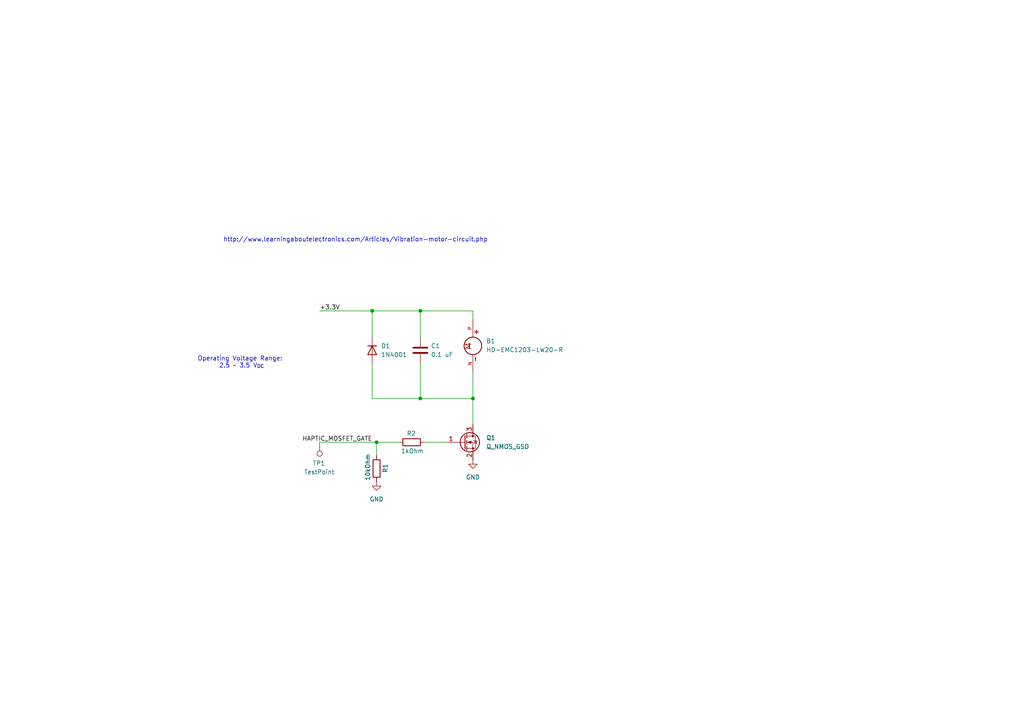
<source format=kicad_sch>
(kicad_sch (version 20231120) (generator "eeschema") (generator_version "8.0")
  (paper "A4")
  (lib_symbols
    (symbol "Connector:TestPoint" (pin_numbers hide) (pin_names (offset 0.762) hide)
      (property "Reference" "TP" (at 0 6.858 0))
      (property "Value" "TestPoint" (at 0 5.08 0))
      (symbol "TestPoint_0_1"
        (circle (center 0 3.302) (radius 0.762))
      )
      (symbol "TestPoint_1_1"
        (pin passive line (at 0 0 90) (length 2.54) (name "1") (number "1"))
      )
    )
    (symbol "Device:C" (pin_numbers hide) (pin_names (offset 0.254))
      (property "Reference" "C" (at 0.635 2.54 0))
      (property "Value" "C" (at 0.635 -2.54 0))
      (symbol "C_0_1"
        (polyline (pts (xy -2.032 -0.762) (xy 2.032 -0.762)) (stroke (width 0.508)))
        (polyline (pts (xy -2.032 0.762) (xy 2.032 0.762)) (stroke (width 0.508)))
      )
      (symbol "C_1_1"
        (pin passive line (at 0 3.81 270) (length 2.794) (name "~") (number "1"))
        (pin passive line (at 0 -3.81 90) (length 2.794) (name "~") (number "2"))
      )
    )
    (symbol "Device:Q_NMOS_GSD" (pin_names (offset 0) hide)
      (property "Reference" "Q" (at 5.08 1.27 0))
      (property "Value" "Q_NMOS_GSD" (at 5.08 -1.27 0))
      (symbol "Q_NMOS_GSD_0_1"
        (polyline (pts (xy 0.254 0) (xy -2.54 0)))
        (polyline (pts (xy 0.254 1.905) (xy 0.254 -1.905)) (stroke (width 0.254)))
        (polyline (pts (xy 0.762 -1.27) (xy 0.762 -2.286)) (stroke (width 0.254)))
        (polyline (pts (xy 0.762 0.508) (xy 0.762 -0.508)) (stroke (width 0.254)))
        (polyline (pts (xy 0.762 2.286) (xy 0.762 1.27)) (stroke (width 0.254)))
        (polyline (pts (xy 2.54 2.54) (xy 2.54 1.778)))
        (polyline (pts (xy 2.54 -2.54) (xy 2.54 0) (xy 0.762 0)))
        (polyline (pts (xy 0.762 -1.778) (xy 3.302 -1.778) (xy 3.302 1.778) (xy 0.762 1.778)))
        (polyline (pts (xy 1.016 0) (xy 2.032 0.381) (xy 2.032 -0.381) (xy 1.016 0)) (fill (type outline)))
        (polyline (pts (xy 2.794 0.508) (xy 2.921 0.381) (xy 3.683 0.381) (xy 3.81 0.254)))
        (polyline (pts (xy 3.302 0.381) (xy 2.921 -0.254) (xy 3.683 -0.254) (xy 3.302 0.381)))
        (circle (center 1.651 0) (radius 2.794) (stroke (width 0.254)))
        (circle (center 2.54 -1.778) (radius 0.254) (fill (type outline)))
        (circle (center 2.54 1.778) (radius 0.254) (fill (type outline)))
      )
      (symbol "Q_NMOS_GSD_1_1"
        (pin input line (at -5.08 0 0) (length 2.54) (name "G") (number "1"))
        (pin passive line (at 2.54 -5.08 90) (length 2.54) (name "S") (number "2"))
        (pin passive line (at 2.54 5.08 270) (length 2.54) (name "D") (number "3"))
      )
    )
    (symbol "Device:R" (pin_numbers hide) (pin_names (offset 0))
      (property "Reference" "R" (at 2.032 0 90))
      (property "Value" "R" (at 0 0 90))
      (symbol "R_0_1"
        (rectangle (start -1.016 -2.54) (end 1.016 2.54) (stroke (width 0.254)))
      )
      (symbol "R_1_1"
        (pin passive line (at 0 3.81 270) (length 1.27) (name "~") (number "1"))
        (pin passive line (at 0 -3.81 90) (length 1.27) (name "~") (number "2"))
      )
    )
    (symbol "Diode:1N4001" (pin_numbers hide) (pin_names hide)
      (property "Reference" "D" (at 0 2.54 0))
      (property "Value" "1N4001" (at 0 -2.54 0))
      (symbol "1N4001_0_1"
        (polyline (pts (xy -1.27 1.27) (xy -1.27 -1.27)) (stroke (width 0.254)))
        (polyline (pts (xy 1.27 0) (xy -1.27 0)))
        (polyline (pts (xy 1.27 1.27) (xy 1.27 -1.27) (xy -1.27 0) (xy 1.27 1.27)) (stroke (width 0.254)))
      )
      (symbol "1N4001_1_1"
        (pin passive line (at -3.81 0 0) (length 2.54) (name "K") (number "1"))
        (pin passive line (at 3.81 0 180) (length 2.54) (name "A") (number "2"))
      )
    )
    (symbol "HD-EMC1203-LW20-R:HD-EMC1203-LW20-R" (pin_names (offset 1.016))
      (property "Reference" "B" (at -5.08 3.81 0))
      (property "Value" "HD-EMC1203-LW20-R" (at -5.08 -5.08 0))
      (symbol "HD-EMC1203-LW20-R_0_0"
        (polyline (pts (xy -4.572 1.016) (xy -3.556 1.016)) (stroke (width 0.254)))
        (polyline (pts (xy -4.064 1.524) (xy -4.064 0.508)) (stroke (width 0.254)))
        (polyline (pts (xy -0.762 -1.016) (xy 0.762 -1.016)) (stroke (width 0.254)))
        (polyline (pts (xy 3.302 0.762) (xy 4.318 0.762)) (stroke (width 0.254)))
        (circle (center 0 0) (radius 2.54) (stroke (width 0.254)))
        (text "M" (at -1.016 -0.254 0) (effects (font (size 1.778 1.778)) (justify left bottom)))
        (pin passive line (at 7.62 0 180) (length 5.08) (name "~") (number "N"))
        (pin passive line (at -7.62 0 0) (length 5.08) (name "~") (number "P"))
      )
    )
    (symbol "power:GND" (power) (pin_numbers hide) (pin_names (offset 0) hide)
      (property "Value" "GND" (at 0 -3.81 0))
      (symbol "GND_0_1"
        (polyline (pts (xy 0 0) (xy 0 -1.27) (xy 1.27 -1.27) (xy 0 -2.54) (xy -1.27 -1.27) (xy 0 -1.27)))
      )
      (symbol "GND_1_1"
        (pin power_in line (at 0 0 270) (length 0) (name "~") (number "1"))
      )
    )
  )
  (junction (at 121.92 90.17))
  (junction (at 121.92 115.57))
  (junction (at 109.22 128.27))
  (junction (at 107.95 90.17))
  (junction (at 137.16 115.57))
  (wire (pts (xy 92.71 128.27) (xy 109.22 128.27)))
  (wire (pts (xy 137.16 90.17) (xy 137.16 92.71)))
  (wire (pts (xy 123.19 128.27) (xy 129.54 128.27)))
  (wire (pts (xy 107.95 90.17) (xy 121.92 90.17)))
  (wire (pts (xy 137.16 115.57) (xy 137.16 123.19)))
  (wire (pts (xy 121.92 90.17) (xy 121.92 97.79)))
  (wire (pts (xy 121.92 105.41) (xy 121.92 115.57)))
  (wire (pts (xy 92.71 90.17) (xy 107.95 90.17)))
  (wire (pts (xy 107.95 90.17) (xy 107.95 97.79)))
  (wire (pts (xy 109.22 132.08) (xy 109.22 128.27)))
  (wire (pts (xy 109.22 128.27) (xy 115.57 128.27)))
  (wire (pts (xy 107.95 115.57) (xy 121.92 115.57)))
  (wire (pts (xy 121.92 90.17) (xy 137.16 90.17)))
  (wire (pts (xy 137.16 107.95) (xy 137.16 115.57)))
  (wire (pts (xy 121.92 115.57) (xy 137.16 115.57)))
  (wire (pts (xy 107.95 105.41) (xy 107.95 115.57)))
  (text "Operating Voltage Range: \n2.5 ~ 3.5 V_{DC}" (at 70.104 105.156 0) (effects (font (size 1.27 1.27))))
  (text "http://www.learningaboutelectronics.com/Articles/Vibration-motor-circuit.php" (at 103.124 69.596 0) (effects (font (size 1.27 1.27))))
  (label "HAPTIC_MOSFET_GATE" (at 87.63 128.27 0))
  (label "+3.3V" (at 92.71 90.17 0))
  (symbol (lib_id "Connector:TestPoint") (at 92.71 128.27 180) (unit 1)
    (property "Reference" "TP1" (at 90.678 134.366 0) (effects (justify right)))
    (property "Value" "TestPoint" (at 88.138 136.906 0) (effects (justify right)))
    (property "Footprint" "E7020E:TestPoint_THTPad_1.5x1.5mm_Drill0.8mm" (effects (hide yes)))
    (property "Description" "test point" (effects (hide yes)))
  )
  (symbol (lib_id "Device:R") (at 119.38 128.27 90) (unit 1)
    (property "Reference" "R2" (at 120.65 125.73 90) (effects (justify left)))
    (property "Value" "1kOhm" (at 122.936 130.81 90) (effects (justify left)))
    (property "Footprint" "Resistor_SMD:R_0603_1608Metric" (effects (hide yes)))
    (property "Description" "Resistor" (effects (hide yes)))
  )
  (symbol (lib_id "power:GND") (at 109.22 139.7 0) (unit 1)
    (property "Reference" "#PWR02" (effects (hide yes)))
    (property "Value" "GND" (at 109.22 144.78 0))
    (property "Description" "Power symbol creates a global label with name \"GND\" , ground" (effects (hide yes)))
  )
  (symbol (lib_id "power:GND") (at 137.16 133.35 0) (unit 1)
    (property "Reference" "#PWR05" (effects (hide yes)))
    (property "Value" "GND" (at 137.16 138.43 0))
    (property "Description" "Power symbol creates a global label with name \"GND\" , ground" (effects (hide yes)))
  )
  (symbol (lib_id "Device:C") (at 121.92 101.6 0) (unit 1)
    (property "Reference" "C1" (at 124.968 100.33 0) (effects (justify left)))
    (property "Value" "0.1 uF" (at 124.968 102.87 0) (effects (justify left)))
    (property "Footprint" "Capacitor_SMD:C_0603_1608Metric" (effects (hide yes)))
    (property "Description" "Unpolarized capacitor" (effects (hide yes)))
  )
  (symbol (lib_id "Device:Q_NMOS_GSD") (at 134.62 128.27 0) (unit 1)
    (property "Reference" "Q1" (at 140.97 126.9999 0) (effects (justify left)))
    (property "Value" "Q_NMOS_GSD" (at 140.97 129.5399 0) (effects (justify left)))
    (property "Footprint" "Package_TO_SOT_SMD:SOT-23" (effects (hide yes)))
    (property "Description" "N-MOSFET transistor, gate/source/drain" (effects (hide yes)))
  )
  (symbol (lib_id "Device:R") (at 109.22 135.89 0) (unit 1)
    (property "Reference" "R1" (at 111.76 137.16 90) (effects (justify left)))
    (property "Value" "10kOhm" (at 106.68 139.446 90) (effects (justify left)))
    (property "Footprint" "Resistor_SMD:R_0603_1608Metric" (effects (hide yes)))
    (property "Description" "Resistor" (effects (hide yes)))
  )
  (symbol (lib_id "HD-EMC1203-LW20-R:HD-EMC1203-LW20-R") (at 137.16 100.33 270) (unit 1)
    (property "Reference" "B1" (at 140.97 98.9329 90) (effects (justify left)))
    (property "Value" "HD-EMC1203-LW20-R" (at 140.97 101.4729 90) (effects (justify left)))
    (property "Footprint" "HD-EMC1203-LW20-R:PUI_HD-EMC1203-LW20-R" (effects (hide yes)))
    (property "DigiKey_Part_Number" "668-HD-EMC1203-LW20-R-ND" (effects (hide yes)))
    (property "SnapEDA_Link" "https://www.snapeda.com/parts/HD-EMC1203-LW20-R/PUI+Audio/view-part/?ref=snap" (effects (hide yes)))
    (property "MAXIMUM_PACKAGE_HEIGHT" "3.5 mm" (effects (hide yes)))
    (property "Package" "None" (effects (hide yes)))
    (property "Check_prices" "https://www.snapeda.com/parts/HD-EMC1203-LW20-R/PUI+Audio/view-part/?ref=eda" (effects (hide yes)))
    (property "STANDARD" "Manufacturer Recommendations" (effects (hide yes)))
    (property "PARTREV" "B" (effects (hide yes)))
    (property "MF" "PUI Audio" (effects (hide yes)))
    (property "MP" "HD-EMC1203-LW20-R" (effects (hide yes)))
    (property "Description_1" "\n                        \n                            12MM ERM HAPTIC 12000RPM\n                        \n" (effects (hide yes)))
    (property "MANUFACTURER" "PUI Audio" (effects (hide yes)))
  )
  (symbol (lib_id "Diode:1N4001") (at 107.95 101.6 270) (unit 1)
    (property "Reference" "D1" (at 110.49 100.3299 90) (effects (justify left)))
    (property "Value" "1N4001" (at 110.49 102.8699 90) (effects (justify left)))
    (property "Footprint" "Diode_THT:D_DO-41_SOD81_P10.16mm_Horizontal" (effects (hide yes)))
    (property "Datasheet" "http://www.vishay.com/docs/88503/1n4001.pdf" (effects (hide yes)))
    (property "Description" "50V 1A General Purpose Rectifier Diode, DO-41" (effects (hide yes)))
    (property "Sim.Device" "D" (effects (hide yes)))
    (property "Sim.Pins" "1=K 2=A" (effects (hide yes)))
  )
)
</source>
